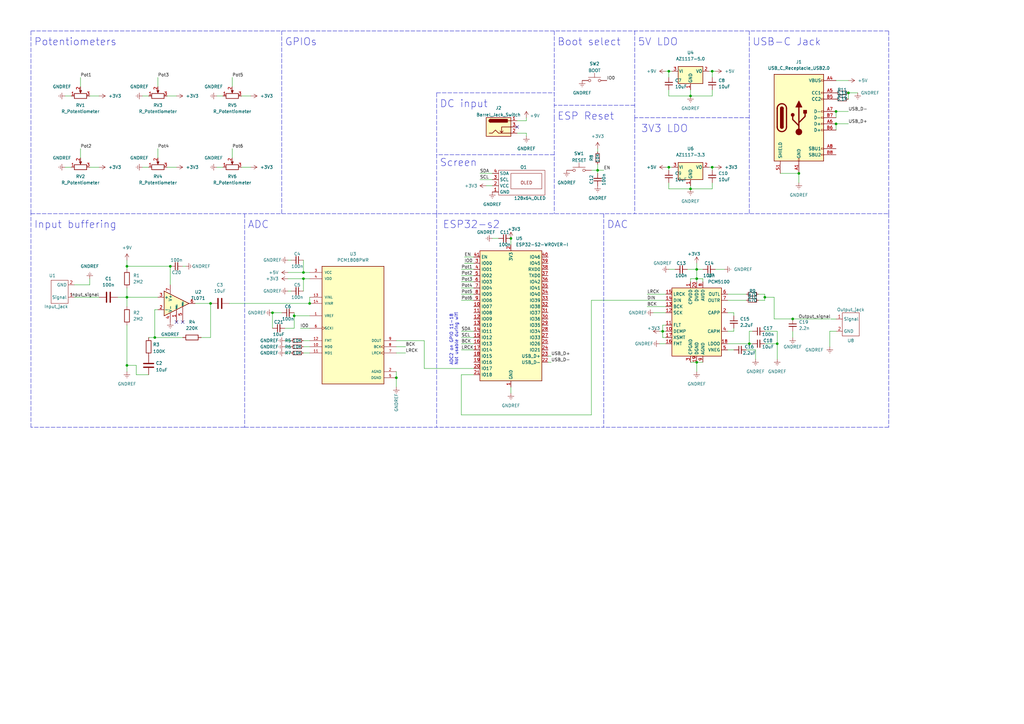
<source format=kicad_sch>
(kicad_sch (version 20211123) (generator eeschema)
  (paper "A3")
  (lib_symbols
    (symbol "Amplifier_Operational:TL071" (pin_names (offset 0.127))
      (property "Reference" "U" (at 0 6.35 0))
      (property "Value" "TL071" (at 0 3.81 0))
      (symbol "TL071_1_1"
        (pin input line (at 0 -7.62 90) (length 5.08) (name "NULL") (number "1"))
        (pin input line (at -7.62 -2.54 0) (length 2.54) (name "-") (number "2"))
        (pin input line (at -7.62 2.54 0) (length 2.54) (name "+") (number "3"))
        (pin power_in line (at -2.54 -7.62 90) (length 3.81) (name "V-") (number "4"))
        (pin input line (at 2.54 -7.62 90) (length 6.35) (name "NULL") (number "5"))
        (pin output line (at 7.62 0 180) (length 2.54) (name "~") (number "6"))
        (pin power_in line (at -2.54 7.62 270) (length 3.81) (name "V+") (number "7"))
        (pin no_connect line (at 0 2.54 270) (length 2.54) hide (name "NC") (number "8"))
      )
    )
    (symbol "Audio:PCM5100"
      (property "Reference" "U" (at -10.16 13.97 0))
      (property "Value" "PCM5100" (at 3.81 13.97 0))
      (symbol "PCM5100_1_1"
        (pin passive line (at -2.54 15.24 270) (length 2.54) (name "CPVDD") (number "1"))
        (pin input line (at -12.7 -5.08 0) (length 2.54) (name "DEMP") (number "10"))
        (pin input line (at -12.7 -2.54 0) (length 2.54) (name "FLT") (number "11"))
        (pin input line (at -12.7 2.54 0) (length 2.54) (name "SCK") (number "12"))
        (pin input line (at -12.7 5.08 0) (length 2.54) (name "BCK") (number "13"))
        (pin input line (at -12.7 7.62 0) (length 2.54) (name "DIN") (number "14"))
        (pin input line (at -12.7 10.16 0) (length 2.54) (name "LRCK") (number "15"))
        (pin input line (at -12.7 -10.16 0) (length 2.54) (name "FMT") (number "16"))
        (pin input line (at -12.7 -7.62 0) (length 2.54) (name "XSMT") (number "17"))
        (pin passive line (at 12.7 -10.16 180) (length 2.54) (name "LDOO") (number "18"))
        (pin power_in line (at 0 -17.78 90) (length 2.54) (name "DGND") (number "19"))
        (pin passive line (at 12.7 2.54 180) (length 2.54) (name "CAPP") (number "2"))
        (pin power_in line (at 0 15.24 270) (length 2.54) (name "DVDD") (number "20"))
        (pin power_in line (at -2.54 -17.78 90) (length 2.54) (name "CPGND") (number "3"))
        (pin passive line (at 12.7 -5.08 180) (length 2.54) (name "CAPM") (number "4"))
        (pin passive line (at 12.7 -12.7 180) (length 2.54) (name "VNEG") (number "5"))
        (pin output line (at 12.7 10.16 180) (length 2.54) (name "OUTL") (number "6"))
        (pin output line (at 12.7 7.62 180) (length 2.54) (name "OUTR") (number "7"))
        (pin power_in line (at 2.54 15.24 270) (length 2.54) (name "AVDD") (number "8"))
        (pin power_in line (at 2.54 -17.78 90) (length 2.54) (name "AGND") (number "9"))
      )
    )
    (symbol "Connector:Barrel_Jack_Switch" (pin_names hide)
      (property "Reference" "J" (at 0 5.334 0))
      (property "Value" "Barrel_Jack_Switch" (at 0 -5.08 0))
      (symbol "Barrel_Jack_Switch_1_1"
        (pin passive line (at 7.62 2.54 180) (length 2.54) (name "~") (number "1"))
        (pin passive line (at 7.62 -2.54 180) (length 2.54) (name "~") (number "2"))
        (pin passive line (at 7.62 0 180) (length 2.54) (name "~") (number "3"))
      )
    )
    (symbol "Connector:USB_C_Receptacle_USB2.0" (pin_names (offset 1.016))
      (property "Reference" "J" (at -10.16 19.05 0))
      (property "Value" "USB_C_Receptacle_USB2.0" (at 19.05 19.05 0))
      (symbol "USB_C_Receptacle_USB2.0_1_1"
        (pin passive line (at 0 -22.86 90) (length 5.08) (name "GND") (number "A1"))
        (pin passive line (at 0 -22.86 90) (length 5.08) hide (name "GND") (number "A12"))
        (pin passive line (at 15.24 15.24 180) (length 5.08) (name "VBUS") (number "A4"))
        (pin bidirectional line (at 15.24 10.16 180) (length 5.08) (name "CC1") (number "A5"))
        (pin bidirectional line (at 15.24 -2.54 180) (length 5.08) (name "D+") (number "A6"))
        (pin bidirectional line (at 15.24 2.54 180) (length 5.08) (name "D-") (number "A7"))
        (pin bidirectional line (at 15.24 -12.7 180) (length 5.08) (name "SBU1") (number "A8"))
        (pin passive line (at 15.24 15.24 180) (length 5.08) hide (name "VBUS") (number "A9"))
        (pin passive line (at 0 -22.86 90) (length 5.08) hide (name "GND") (number "B1"))
        (pin passive line (at 0 -22.86 90) (length 5.08) hide (name "GND") (number "B12"))
        (pin passive line (at 15.24 15.24 180) (length 5.08) hide (name "VBUS") (number "B4"))
        (pin bidirectional line (at 15.24 7.62 180) (length 5.08) (name "CC2") (number "B5"))
        (pin bidirectional line (at 15.24 -5.08 180) (length 5.08) (name "D+") (number "B6"))
        (pin bidirectional line (at 15.24 0 180) (length 5.08) (name "D-") (number "B7"))
        (pin bidirectional line (at 15.24 -15.24 180) (length 5.08) (name "SBU2") (number "B8"))
        (pin passive line (at 15.24 15.24 180) (length 5.08) hide (name "VBUS") (number "B9"))
        (pin passive line (at -7.62 -22.86 90) (length 5.08) (name "SHIELD") (number "S1"))
      )
    )
    (symbol "Device:C" (pin_numbers hide) (pin_names (offset 0.254))
      (property "Reference" "C" (at 0.635 2.54 0))
      (property "Value" "C" (at 0.635 -2.54 0))
      (symbol "C_1_1"
        (pin passive line (at 0 3.81 270) (length 2.794) (name "~") (number "1"))
        (pin passive line (at 0 -3.81 90) (length 2.794) (name "~") (number "2"))
      )
    )
    (symbol "Device:C_Small" (pin_numbers hide) (pin_names (offset 0.254) hide)
      (property "Reference" "C" (at 0.254 1.778 0))
      (property "Value" "C_Small" (at 0.254 -2.032 0))
      (symbol "C_Small_1_1"
        (pin passive line (at 0 2.54 270) (length 2.032) (name "~") (number "1"))
        (pin passive line (at 0 -2.54 90) (length 2.032) (name "~") (number "2"))
      )
    )
    (symbol "Device:R" (pin_numbers hide) (pin_names (offset 0))
      (property "Reference" "R" (at 2.032 0 90))
      (property "Value" "R" (at 0 0 90))
      (symbol "R_1_1"
        (pin passive line (at 0 3.81 270) (length 1.27) (name "~") (number "1"))
        (pin passive line (at 0 -3.81 90) (length 1.27) (name "~") (number "2"))
      )
    )
    (symbol "Device:R_Potentiometer" (pin_names (offset 1.016) hide)
      (property "Reference" "RV" (at -4.445 0 90))
      (property "Value" "R_Potentiometer" (at -2.54 0 90))
      (symbol "R_Potentiometer_1_1"
        (pin passive line (at 0 3.81 270) (length 1.27) (name "1") (number "1"))
        (pin passive line (at 3.81 0 180) (length 1.27) (name "2") (number "2"))
        (pin passive line (at 0 -3.81 90) (length 1.27) (name "3") (number "3"))
      )
    )
    (symbol "Device:R_Small" (pin_numbers hide) (pin_names (offset 0.254) hide)
      (property "Reference" "R" (at 0.762 0.508 0))
      (property "Value" "R_Small" (at 0.762 -1.016 0))
      (symbol "R_Small_1_1"
        (pin passive line (at 0 2.54 270) (length 0.762) (name "~") (number "1"))
        (pin passive line (at 0 -2.54 90) (length 0.762) (name "~") (number "2"))
      )
    )
    (symbol "GlobalSymbolLibrary:Mono_jack"
      (property "Reference" "U" (at -1.6113 -6.3597 0))
      (property "Value" "Mono_jack" (at -1.905 6.35 0))
      (symbol "Mono_jack_1_1"
        (pin output line (at -7.5 2.5 0) (length 2.54) (name "Signal") (number "1"))
        (pin output line (at -7.5 -2.5 0) (length 2.54) (name "GND") (number "2"))
      )
    )
    (symbol "GlobalSymbolLibrary:PCM1808PWR" (pin_names (offset 1.016))
      (property "Reference" "U" (at -12.7 24.13 0))
      (property "Value" "PCM1808PWR" (at -12.7 -27.94 0))
      (symbol "PCM1808PWR_0_0"
        (pin input line (at -17.78 2.54 0) (length 5.08) (name "VREF") (number "1"))
        (pin input line (at -17.78 -10.16 0) (length 5.08) (name "MD0") (number "10"))
        (pin input line (at -17.78 -12.7 0) (length 5.08) (name "MD1") (number "11"))
        (pin input line (at -17.78 -7.62 0) (length 5.08) (name "FMT") (number "12"))
        (pin input line (at -17.78 10.16 0) (length 5.08) (name "VINL") (number "13"))
        (pin input line (at -17.78 7.62 0) (length 5.08) (name "VINR") (number "14"))
        (pin power_in line (at 17.78 -20.32 180) (length 5.08) (name "AGND") (number "2"))
        (pin power_in line (at -17.78 20.32 0) (length 5.08) (name "VCC") (number "3"))
        (pin power_in line (at -17.78 17.78 0) (length 5.08) (name "VDD") (number "4"))
        (pin power_in line (at 17.78 -22.86 180) (length 5.08) (name "DGND") (number "5"))
        (pin input clock (at -17.78 -2.54 0) (length 5.08) (name "SCKI") (number "6"))
        (pin bidirectional clock (at 17.78 -12.7 180) (length 5.08) (name "LRCK") (number "7"))
        (pin bidirectional clock (at 17.78 -10.16 180) (length 5.08) (name "BCK") (number "8"))
        (pin output line (at 17.78 -7.62 180) (length 5.08) (name "DOUT") (number "9"))
      )
    )
    (symbol "Mono_jack_1"
      (property "Reference" "U1" (at 2.9336 -6.6257 0))
      (property "Value" "Mono_jack_1" (at 6.35 6.0324 0))
      (symbol "Mono_jack_1_1_1"
        (pin output line (at -7.62 2.54 0) (length 2.54) (name "Signal") (number "1"))
        (pin output line (at -7.62 -2.54 0) (length 2.54) (name "GND") (number "2"))
      )
    )
    (symbol "RF_Module:ESP32-S2-WROVER-I"
      (property "Reference" "U" (at -12.7 29.21 0))
      (property "Value" "ESP32-S2-WROVER-I" (at 2.54 29.21 0))
      (symbol "ESP32-S2-WROVER-I_1_1"
        (pin power_in line (at 0 -27.94 90) (length 2.54) (name "GND") (number "1"))
        (pin bidirectional line (at -15.24 5.08 0) (length 2.54) (name "IO07") (number "10"))
        (pin bidirectional line (at -15.24 2.54 0) (length 2.54) (name "IO08") (number "11"))
        (pin bidirectional line (at -15.24 0 0) (length 2.54) (name "IO09") (number "12"))
        (pin bidirectional line (at -15.24 -2.54 0) (length 2.54) (name "IO10") (number "13"))
        (pin bidirectional line (at -15.24 -5.08 0) (length 2.54) (name "IO11") (number "14"))
        (pin bidirectional line (at -15.24 -7.62 0) (length 2.54) (name "IO12") (number "15"))
        (pin bidirectional line (at -15.24 -10.16 0) (length 2.54) (name "IO13") (number "16"))
        (pin bidirectional line (at -15.24 -12.7 0) (length 2.54) (name "IO14") (number "17"))
        (pin bidirectional line (at -15.24 -15.24 0) (length 2.54) (name "IO15") (number "18"))
        (pin bidirectional line (at -15.24 -17.78 0) (length 2.54) (name "IO16") (number "19"))
        (pin power_in line (at 0 30.48 270) (length 2.54) (name "3V3") (number "2"))
        (pin bidirectional line (at -15.24 -20.32 0) (length 2.54) (name "IO17") (number "20"))
        (pin bidirectional line (at -15.24 -22.86 0) (length 2.54) (name "IO18") (number "21"))
        (pin bidirectional line (at 15.24 -17.78 180) (length 2.54) (name "USB_D-") (number "22"))
        (pin bidirectional line (at 15.24 -15.24 180) (length 2.54) (name "USB_D+") (number "23"))
        (pin bidirectional line (at 15.24 -12.7 180) (length 2.54) (name "IO21") (number "24"))
        (pin bidirectional line (at 15.24 -10.16 180) (length 2.54) (name "IO26") (number "25"))
        (pin passive line (at 0 -27.94 90) (length 2.54) hide (name "GND") (number "26"))
        (pin bidirectional line (at 15.24 -7.62 180) (length 2.54) (name "IO33") (number "27"))
        (pin bidirectional line (at 15.24 -5.08 180) (length 2.54) (name "IO34") (number "28"))
        (pin bidirectional line (at 15.24 -2.54 180) (length 2.54) (name "IO35") (number "29"))
        (pin bidirectional line (at -15.24 22.86 0) (length 2.54) (name "IO00") (number "3"))
        (pin bidirectional line (at 15.24 0 180) (length 2.54) (name "IO36") (number "30"))
        (pin bidirectional line (at 15.24 2.54 180) (length 2.54) (name "IO37") (number "31"))
        (pin bidirectional line (at 15.24 5.08 180) (length 2.54) (name "IO38") (number "32"))
        (pin bidirectional line (at 15.24 7.62 180) (length 2.54) (name "IO39") (number "33"))
        (pin bidirectional line (at 15.24 10.16 180) (length 2.54) (name "IO40") (number "34"))
        (pin bidirectional line (at 15.24 12.7 180) (length 2.54) (name "IO41") (number "35"))
        (pin bidirectional line (at 15.24 15.24 180) (length 2.54) (name "IO42") (number "36"))
        (pin bidirectional line (at 15.24 17.78 180) (length 2.54) (name "TXD0") (number "37"))
        (pin bidirectional line (at 15.24 20.32 180) (length 2.54) (name "RXD0") (number "38"))
        (pin bidirectional line (at 15.24 22.86 180) (length 2.54) (name "IO45") (number "39"))
        (pin bidirectional line (at -15.24 20.32 0) (length 2.54) (name "IO01") (number "4"))
        (pin input line (at 15.24 25.4 180) (length 2.54) (name "IO46") (number "40"))
        (pin input line (at -15.24 25.4 0) (length 2.54) (name "EN") (number "41"))
        (pin passive line (at 0 -27.94 90) (length 2.54) hide (name "GND") (number "42"))
        (pin passive line (at 0 -27.94 90) (length 2.54) hide (name "GND") (number "43"))
        (pin bidirectional line (at -15.24 17.78 0) (length 2.54) (name "IO02") (number "5"))
        (pin bidirectional line (at -15.24 15.24 0) (length 2.54) (name "IO03") (number "6"))
        (pin bidirectional line (at -15.24 12.7 0) (length 2.54) (name "IO04") (number "7"))
        (pin bidirectional line (at -15.24 10.16 0) (length 2.54) (name "IO05") (number "8"))
        (pin bidirectional line (at -15.24 7.62 0) (length 2.54) (name "IO06") (number "9"))
      )
    )
    (symbol "Regulator_Linear:AZ1117-3.3" (pin_names (offset 0.254))
      (property "Reference" "U" (at -3.81 3.175 0))
      (property "Value" "AZ1117-3.3" (at 0 3.175 0))
      (symbol "AZ1117-3.3_1_1"
        (pin power_in line (at 0 -7.62 90) (length 2.54) (name "GND") (number "1"))
        (pin power_out line (at 7.62 0 180) (length 2.54) (name "VO") (number "2"))
        (pin power_in line (at -7.62 0 0) (length 2.54) (name "VI") (number "3"))
      )
    )
    (symbol "Regulator_Linear:AZ1117-5.0" (pin_names (offset 0.254))
      (property "Reference" "U" (at -3.81 3.175 0))
      (property "Value" "AZ1117-5.0" (at 0 3.175 0))
      (symbol "AZ1117-5.0_1_1"
        (pin power_in line (at 0 -7.62 90) (length 2.54) (name "GND") (number "1"))
        (pin power_out line (at 7.62 0 180) (length 2.54) (name "VO") (number "2"))
        (pin power_in line (at -7.62 0 0) (length 2.54) (name "VI") (number "3"))
      )
    )
    (symbol "SupersonicQuantumbox:128x64_OLED"
      (property "Reference" "O" (at 0 6.35 0))
      (property "Value" "128x64_OLED" (at 1.27 -7.62 0))
      (symbol "128x64_OLED_0_0"
        (text "OLED" (at 6.35 0 0) (effects (font (size 1.27 1.27))))
      )
      (symbol "128x64_OLED_1_1"
        (pin power_in line (at -7.62 -3.81 0) (length 2.54) (name "GND") (number "1"))
        (pin power_in line (at -7.62 -1.27 0) (length 2.54) (name "VCC") (number "2"))
        (pin input line (at -7.62 1.27 0) (length 2.54) (name "SCL") (number "3"))
        (pin input line (at -7.62 3.81 0) (length 2.54) (name "SDA") (number "4"))
      )
    )
    (symbol "Switch:SW_Push" (pin_numbers hide) (pin_names (offset 1.016) hide)
      (property "Reference" "SW" (at 1.27 2.54 0))
      (property "Value" "SW_Push" (at 0 -1.524 0))
      (symbol "SW_Push_0_1"
        (pin passive line (at -5.08 0 0) (length 2.54) (name "1") (number "1"))
        (pin passive line (at 5.08 0 180) (length 2.54) (name "2") (number "2"))
      )
    )
    (symbol "power:+3V3" (power) (pin_names (offset 0))
      (property "Value" "+3V3" (at 0 3.556 0))
      (symbol "+3V3_1_1"
        (pin power_in line (at 0 0 90) (length 0) hide (name "+3V3") (number "1"))
      )
    )
    (symbol "power:+5V" (power) (pin_names (offset 0))
      (property "Value" "+5V" (at 0 3.556 0))
      (symbol "+5V_1_1"
        (pin power_in line (at 0 0 90) (length 0) hide (name "+5V") (number "1"))
      )
    )
    (symbol "power:+9V" (power) (pin_names (offset 0))
      (property "Value" "+9V" (at 0 3.556 0))
      (symbol "+9V_1_1"
        (pin power_in line (at 0 0 90) (length 0) hide (name "+9V") (number "1"))
      )
    )
    (symbol "power:GNDREF" (power) (pin_names (offset 0))
      (property "Value" "GNDREF" (at 0 -3.81 0))
      (symbol "GNDREF_1_1"
        (pin power_in line (at 0 0 270) (length 0) hide (name "GNDREF") (number "1"))
      )
    )
  )
  (junction (at 86.36 124.46))
  (junction (at 313.69 121.92))
  (junction (at 342.9 45.72))
  (junction (at 271.78 135.89))
  (junction (at 245.11 69.85))
  (junction (at 124.46 114.3))
  (junction (at 274.32 68.58))
  (junction (at 307.34 140.97))
  (junction (at 69.85 109.22))
  (junction (at 292.1 68.58))
  (junction (at 52.07 121.92))
  (junction (at 209.55 97.79))
  (junction (at 325.12 130.81))
  (junction (at 285.75 110.49))
  (junction (at 283.21 77.47))
  (junction (at 111.76 128.27))
  (junction (at 283.21 39.37))
  (junction (at 124.46 111.76))
  (junction (at 285.75 148.59))
  (junction (at 63.5 138.43))
  (junction (at 292.1 29.21))
  (junction (at 52.07 149.86))
  (junction (at 327.66 71.12))
  (junction (at 162.56 154.94))
  (junction (at 52.07 109.22))
  (junction (at 342.9 50.8))
  (junction (at 120.65 129.54))
  (junction (at 127 124.46))
  (junction (at 347.98 38.1))
  (junction (at 285.75 114.3))
  (junction (at 318.77 140.97))
  (junction (at 274.32 29.21))
  (no_connect (at 212.09 52.07))
  (no_connect (at 72.39 132.08))
  (no_connect (at 74.93 132.08))
  (wire (pts (xy 273.05 29.21) (xy 274.32 29.21)))
  (polyline (pts (xy 307.34 12.7) (xy 307.34 87.63)))
  (polyline (pts (xy 307.34 48.26) (xy 260.35 48.26)))
  (wire (pts (xy 347.98 38.1) (xy 351.79 38.1)))
  (wire (pts (xy 343.02 130.85) (xy 340.6742 130.85)))
  (wire (pts (xy 342.9 50.8) (xy 347.98 50.8)))
  (wire (pts (xy 30.48 116.84) (xy 36.83 116.84)))
  (wire (pts (xy 189.23 153.67) (xy 189.23 170.18)))
  (wire (pts (xy 313.69 140.97) (xy 318.77 140.97)))
  (wire (pts (xy 283.21 39.37) (xy 292.1 39.37)))
  (polyline (pts (xy 260.35 48.26) (xy 260.35 87.63)))
  (wire (pts (xy 292.1 29.21) (xy 293.37 29.21)))
  (wire (pts (xy 325.12 135.89) (xy 325.12 138.43)))
  (wire (pts (xy 215.9 54.61) (xy 215.9 55.88)))
  (wire (pts (xy 127 121.92) (xy 127 124.46)))
  (wire (pts (xy 242.57 69.85) (xy 245.11 69.85)))
  (wire (pts (xy 300.99 135.89) (xy 300.99 134.62)))
  (wire (pts (xy 209.55 97.79) (xy 209.55 100.33)))
  (wire (pts (xy 271.78 135.89) (xy 273.05 135.89)))
  (wire (pts (xy 124.46 114.3) (xy 127 114.3)))
  (wire (pts (xy 283.21 77.47) (xy 292.1 77.47)))
  (wire (pts (xy 283.21 76.2) (xy 283.21 77.47)))
  (wire (pts (xy 215.9 49.53) (xy 215.9 48.26)))
  (wire (pts (xy 52.07 118.11) (xy 52.07 121.92)))
  (wire (pts (xy 342.9 33.02) (xy 347.98 33.02)))
  (wire (pts (xy 194.31 153.67) (xy 189.23 153.67)))
  (wire (pts (xy 64.77 127) (xy 63.5 127)))
  (wire (pts (xy 342.9 45.72) (xy 347.98 45.72)))
  (wire (pts (xy 271.78 133.35) (xy 273.05 133.35)))
  (wire (pts (xy 86.36 138.43) (xy 86.36 124.46)))
  (wire (pts (xy 52.07 133.35) (xy 52.07 149.86)))
  (wire (pts (xy 285.75 114.3) (xy 288.29 114.3)))
  (wire (pts (xy 124.46 142.24) (xy 127 142.24)))
  (wire (pts (xy 162.56 144.78) (xy 166.37 144.78)))
  (polyline (pts (xy 260.35 43.18) (xy 227.33 43.18)))
  (wire (pts (xy 270.51 135.89) (xy 271.78 135.89)))
  (polyline (pts (xy 179.07 38.1) (xy 179.07 87.63)))
  (wire (pts (xy 343.02 135.85) (xy 340.36 135.85)))
  (wire (pts (xy 52.07 106.68) (xy 52.07 109.22)))
  (wire (pts (xy 69.85 116.84) (xy 69.85 109.22)))
  (wire (pts (xy 342.9 50.8) (xy 342.9 53.34)))
  (wire (pts (xy 292.1 39.37) (xy 292.1 36.83)))
  (wire (pts (xy 68.58 68.58) (xy 72.39 68.58)))
  (wire (pts (xy 99.06 39.37) (xy 102.87 39.37)))
  (wire (pts (xy 242.57 123.19) (xy 273.05 123.19)))
  (wire (pts (xy 325.12 130.81) (xy 317.5 130.81)))
  (wire (pts (xy 313.69 135.89) (xy 318.77 135.89)))
  (wire (pts (xy 118.11 119.38) (xy 119.38 119.38)))
  (wire (pts (xy 82.55 138.43) (xy 86.36 138.43)))
  (wire (pts (xy 88.9 39.37) (xy 91.44 39.37)))
  (wire (pts (xy 292.1 68.58) (xy 293.37 68.58)))
  (polyline (pts (xy 227.33 48.26) (xy 227.33 87.63)))
  (wire (pts (xy 274.32 77.47) (xy 283.21 77.47)))
  (wire (pts (xy 242.57 170.18) (xy 242.57 123.19)))
  (wire (pts (xy 274.32 36.83) (xy 274.32 39.37)))
  (wire (pts (xy 342.9 45.72) (xy 342.9 48.26)))
  (wire (pts (xy 190.5 105.41) (xy 194.31 105.41)))
  (polyline (pts (xy 227.33 12.7) (xy 227.33 48.26)))
  (wire (pts (xy 298.45 120.65) (xy 306.07 120.65)))
  (wire (pts (xy 306.07 143.51) (xy 309.88 143.51)))
  (wire (pts (xy 118.11 111.76) (xy 124.46 111.76)))
  (wire (pts (xy 298.45 123.19) (xy 306.07 123.19)))
  (wire (pts (xy 58.42 39.37) (xy 60.96 39.37)))
  (wire (pts (xy 93.98 124.46) (xy 127 124.46)))
  (wire (pts (xy 274.32 74.93) (xy 274.32 77.47)))
  (wire (pts (xy 285.75 148.59) (xy 288.29 148.59)))
  (wire (pts (xy 166.37 142.24) (xy 162.56 142.24)))
  (wire (pts (xy 292.1 29.21) (xy 292.1 31.75)))
  (wire (pts (xy 245.11 67.31) (xy 245.11 69.85)))
  (wire (pts (xy 224.79 148.59) (xy 226.06 148.59)))
  (wire (pts (xy 36.83 68.58) (xy 40.64 68.58)))
  (wire (pts (xy 30.48 121.92) (xy 40.64 121.92)))
  (wire (pts (xy 196.85 71.12) (xy 201.93 71.12)))
  (wire (pts (xy 285.75 114.3) (xy 283.21 114.3)))
  (wire (pts (xy 283.21 36.83) (xy 283.21 39.37)))
  (wire (pts (xy 120.65 129.54) (xy 120.65 128.27)))
  (wire (pts (xy 189.23 113.03) (xy 194.31 113.03)))
  (wire (pts (xy 68.58 39.37) (xy 72.39 39.37)))
  (wire (pts (xy 271.78 135.89) (xy 271.78 138.43)))
  (wire (pts (xy 318.77 135.89) (xy 318.77 140.97)))
  (wire (pts (xy 274.32 110.49) (xy 276.86 110.49)))
  (wire (pts (xy 173.99 139.7) (xy 173.99 151.13)))
  (wire (pts (xy 116.84 139.7) (xy 119.38 139.7)))
  (wire (pts (xy 313.69 121.92) (xy 317.5 121.92)))
  (wire (pts (xy 285.75 110.49) (xy 285.75 114.3)))
  (polyline (pts (xy 115.57 12.7) (xy 115.57 87.63)))
  (wire (pts (xy 265.43 125.73) (xy 273.05 125.73)))
  (wire (pts (xy 340.36 135.85) (xy 340.36 142.24)))
  (wire (pts (xy 189.23 143.51) (xy 194.31 143.51)))
  (wire (pts (xy 95.25 31.75) (xy 95.25 35.56)))
  (wire (pts (xy 52.07 149.86) (xy 55.88 149.86)))
  (wire (pts (xy 285.75 114.3) (xy 285.75 115.57)))
  (wire (pts (xy 196.85 73.66) (xy 201.93 73.66)))
  (wire (pts (xy 48.26 121.92) (xy 52.07 121.92)))
  (wire (pts (xy 285.75 110.49) (xy 288.29 110.49)))
  (polyline (pts (xy 179.07 38.1) (xy 227.33 38.1)))
  (wire (pts (xy 190.5 107.95) (xy 194.31 107.95)))
  (polyline (pts (xy 12.7 175.26) (xy 12.7 87.63)))
  (wire (pts (xy 320.04 71.12) (xy 327.66 71.12)))
  (wire (pts (xy 209.55 158.75) (xy 209.55 161.29)))
  (wire (pts (xy 270.51 140.97) (xy 273.05 140.97)))
  (wire (pts (xy 124.46 111.76) (xy 127 111.76)))
  (wire (pts (xy 265.43 120.65) (xy 273.05 120.65)))
  (wire (pts (xy 274.32 39.37) (xy 283.21 39.37)))
  (wire (pts (xy 273.05 68.58) (xy 274.32 68.58)))
  (wire (pts (xy 63.5 127) (xy 63.5 138.43)))
  (wire (pts (xy 52.07 121.92) (xy 52.07 125.73)))
  (wire (pts (xy 274.32 68.58) (xy 275.59 68.58)))
  (wire (pts (xy 267.97 128.27) (xy 273.05 128.27)))
  (wire (pts (xy 293.37 110.49) (xy 297.18 110.49)))
  (wire (pts (xy 313.69 123.19) (xy 311.15 123.19)))
  (wire (pts (xy 26.67 39.37) (xy 29.21 39.37)))
  (wire (pts (xy 318.77 140.97) (xy 318.77 147.32)))
  (wire (pts (xy 60.96 138.43) (xy 63.5 138.43)))
  (wire (pts (xy 36.83 116.84) (xy 36.83 114.3)))
  (wire (pts (xy 283.21 148.59) (xy 285.75 148.59)))
  (wire (pts (xy 271.78 138.43) (xy 273.05 138.43)))
  (wire (pts (xy 189.23 135.89) (xy 194.31 135.89)))
  (wire (pts (xy 116.84 142.24) (xy 119.38 142.24)))
  (wire (pts (xy 118.11 114.3) (xy 124.46 114.3)))
  (wire (pts (xy 69.85 109.22) (xy 52.07 109.22)))
  (polyline (pts (xy 100.33 87.63) (xy 100.33 175.26)))
  (polyline (pts (xy 12.7 87.63) (xy 364.49 87.63)))
  (wire (pts (xy 307.34 140.97) (xy 308.61 140.97)))
  (wire (pts (xy 189.23 170.18) (xy 242.57 170.18)))
  (wire (pts (xy 123.19 134.62) (xy 127 134.62)))
  (wire (pts (xy 298.45 140.97) (xy 307.34 140.97)))
  (wire (pts (xy 99.06 68.58) (xy 102.87 68.58)))
  (wire (pts (xy 33.02 31.75) (xy 33.02 35.56)))
  (wire (pts (xy 300.99 128.27) (xy 300.99 129.54)))
  (wire (pts (xy 33.02 60.96) (xy 33.02 64.77)))
  (polyline (pts (xy 100.33 175.26) (xy 247.65 175.26)))
  (wire (pts (xy 298.45 143.51) (xy 300.99 143.51)))
  (wire (pts (xy 189.23 120.65) (xy 194.31 120.65)))
  (wire (pts (xy 116.84 134.62) (xy 120.65 134.62)))
  (wire (pts (xy 290.83 68.58) (xy 292.1 68.58)))
  (polyline (pts (xy 227.33 63.5) (xy 179.07 63.5)))
  (polyline (pts (xy 260.35 12.7) (xy 260.35 48.26)))
  (wire (pts (xy 76.2 109.22) (xy 74.93 109.22)))
  (wire (pts (xy 189.23 115.57) (xy 194.31 115.57)))
  (wire (pts (xy 173.99 151.13) (xy 194.31 151.13)))
  (wire (pts (xy 58.42 68.58) (xy 60.96 68.58)))
  (wire (pts (xy 52.07 149.86) (xy 52.07 152.4)))
  (wire (pts (xy 245.11 69.85) (xy 245.11 71.12)))
  (wire (pts (xy 311.15 120.65) (xy 313.69 120.65)))
  (wire (pts (xy 285.75 148.59) (xy 285.75 152.4)))
  (wire (pts (xy 245.11 60.96) (xy 245.11 62.23)))
  (wire (pts (xy 224.79 146.05) (xy 226.06 146.05)))
  (wire (pts (xy 292.1 68.58) (xy 292.1 69.85)))
  (wire (pts (xy 313.69 121.92) (xy 313.69 123.19)))
  (wire (pts (xy 271.78 135.89) (xy 271.78 133.35)))
  (polyline (pts (xy 179.07 87.63) (xy 179.07 175.26)))
  (polyline (pts (xy 364.49 175.26) (xy 247.65 175.26)))
  (wire (pts (xy 274.32 29.21) (xy 275.59 29.21)))
  (wire (pts (xy 309.88 143.51) (xy 309.88 147.32)))
  (wire (pts (xy 212.09 49.53) (xy 215.9 49.53)))
  (wire (pts (xy 80.01 124.46) (xy 86.36 124.46)))
  (polyline (pts (xy 100.33 175.26) (xy 12.7 175.26)))
  (wire (pts (xy 118.11 106.68) (xy 119.38 106.68)))
  (wire (pts (xy 162.56 139.7) (xy 173.99 139.7)))
  (wire (pts (xy 95.25 60.96) (xy 95.25 64.77)))
  (wire (pts (xy 64.77 60.96) (xy 64.77 64.77)))
  (wire (pts (xy 55.88 153.67) (xy 55.88 149.86)))
  (wire (pts (xy 307.34 140.97) (xy 307.34 135.89)))
  (wire (pts (xy 285.75 107.95) (xy 285.75 110.49)))
  (wire (pts (xy 120.65 129.54) (xy 120.65 134.62)))
  (wire (pts (xy 52.07 121.92) (xy 64.77 121.92)))
  (wire (pts (xy 36.83 39.37) (xy 40.64 39.37)))
  (wire (pts (xy 212.09 54.61) (xy 215.9 54.61)))
  (wire (pts (xy 189.23 123.19) (xy 194.31 123.19)))
  (polyline (pts (xy 247.65 87.63) (xy 247.65 175.26)))
  (wire (pts (xy 292.1 77.47) (xy 292.1 74.93)))
  (polyline (pts (xy 12.7 87.63) (xy 12.7 12.7)))
  (wire (pts (xy 201.93 97.79) (xy 204.47 97.79)))
  (wire (pts (xy 88.9 68.58) (xy 91.44 68.58)))
  (polyline (pts (xy 364.49 87.63) (xy 364.49 12.7)))
  (wire (pts (xy 298.45 128.27) (xy 300.99 128.27)))
  (wire (pts (xy 307.34 135.89) (xy 308.61 135.89)))
  (wire (pts (xy 313.69 120.65) (xy 313.69 121.92)))
  (wire (pts (xy 283.21 114.3) (xy 283.21 115.57)))
  (wire (pts (xy 245.11 69.85) (xy 247.65 69.85)))
  (wire (pts (xy 327.66 71.12) (xy 327.66 74.93)))
  (wire (pts (xy 288.29 114.3) (xy 288.29 115.57)))
  (wire (pts (xy 52.07 109.22) (xy 52.07 110.49)))
  (wire (pts (xy 26.67 68.58) (xy 29.21 68.58)))
  (wire (pts (xy 274.32 68.58) (xy 274.32 69.85)))
  (wire (pts (xy 317.5 121.92) (xy 317.5 130.81)))
  (wire (pts (xy 124.46 114.3) (xy 124.46 119.38)))
  (wire (pts (xy 340.36 130.81) (xy 325.12 130.81)))
  (wire (pts (xy 111.76 128.27) (xy 115.57 128.27)))
  (wire (pts (xy 162.56 154.94) (xy 162.56 158.75)))
  (wire (pts (xy 120.65 129.54) (xy 127 129.54)))
  (wire (pts (xy 64.77 31.75) (xy 64.77 35.56)))
  (wire (pts (xy 298.45 135.89) (xy 300.99 135.89)))
  (wire (pts (xy 162.56 152.4) (xy 162.56 154.94)))
  (polyline (pts (xy 364.49 12.7) (xy 121.92 12.7)))
  (wire (pts (xy 189.23 138.43) (xy 194.31 138.43)))
  (wire (pts (xy 116.84 144.78) (xy 119.38 144.78)))
  (polyline (pts (xy 12.7 12.7) (xy 121.92 12.7)))
  (wire (pts (xy 111.76 128.27) (xy 111.76 134.62)))
  (wire (pts (xy 194.31 140.97) (xy 189.23 140.97)))
  (wire (pts (xy 189.23 110.49) (xy 194.31 110.49)))
  (wire (pts (xy 60.96 153.67) (xy 55.88 153.67)))
  (wire (pts (xy 199.39 76.2) (xy 201.93 76.2)))
  (wire (pts (xy 189.23 118.11) (xy 194.31 118.11)))
  (polyline (pts (xy 364.49 87.63) (xy 364.49 175.26)))
  (wire (pts (xy 124.46 139.7) (xy 127 139.7)))
  (wire (pts (xy 63.5 138.43) (xy 74.93 138.43)))
  (wire (pts (xy 281.94 110.49) (xy 285.75 110.49)))
  (wire (pts (xy 124.46 144.78) (xy 127 144.78)))
  (wire (pts (xy 290.83 29.21) (xy 292.1 29.21)))
  (wire (pts (xy 124.46 106.68) (xy 124.46 111.76)))
  (wire (pts (xy 274.32 29.21) (xy 274.32 31.75)))
  (wire (pts (xy 347.98 38.1) (xy 347.98 40.64)))
  (text "ADC" (at 101.6 93.98 0) (effects (font (size 3 3)) (justify left bottom)))
  (text "ESP Reset" (at 228.6 49.53 0) (effects (font (size 3 3)) (justify left bottom)))
  (text "Screen" (at 180.34 68.58 0) (effects (font (size 3 3)) (justify left bottom)))
  (text "ESP32-s2" (at 181.61 93.98 0) (effects (font (size 3 3)) (justify left bottom)))
  (text "3V3 LDO\n" (at 262.89 54.61 0) (effects (font (size 3 3)) (justify left bottom)))
  (text "ADC2 on GPIO 11-18\nNot usable during wifi" (at 187.96 149.86 90) (effects (font (size 1.27 1.27)) (justify left bottom)))
  (text "Boot select\n" (at 228.6 19.05 0) (effects (font (size 3 3)) (justify left bottom)))
  (text "DC input" (at 180.34 44.45 0) (effects (font (size 3 3)) (justify left bottom)))
  (text "DAC" (at 248.92 93.98 0) (effects (font (size 3 3)) (justify left bottom)))
  (text "GPIOs" (at 116.84 19.05 0) (effects (font (size 3 3)) (justify left bottom)))
  (text "Potentiometers" (at 13.97 19.05 0) (effects (font (size 3 3)) (justify left bottom)))
  (text "5V LDO" (at 261.62 19.05 0) (effects (font (size 3 3)) (justify left bottom)))
  (text "Input buffering" (at 13.97 93.98 0) (effects (font (size 3 3)) (justify left bottom)))
  (text "USB-C Jack\n" (at 308.61 19.05 0) (effects (font (size 3 3)) (justify left bottom)))
  (label "LRCK" (at 265.43 120.65 0))
  (label "USB_D+" (at 226.06 146.05 0))
  (label "IO0" (at 123.19 134.62 0))
  (label "EN" (at 247.65 69.85 0))
  (label "DIN" (at 265.43 123.19 0))
  (label "SDA" (at 196.85 71.12 0))
  (label "LRCK" (at 189.23 143.51 0))
  (label "SCL" (at 189.23 138.43 0))
  (label "LRCK" (at 166.37 144.78 0))
  (label "SDA" (at 189.23 135.89 0))
  (label "EN" (at 190.5 105.41 0))
  (label "Pot4" (at 64.77 60.96 0))
  (label "Pot2" (at 33.02 60.96 0))
  (label "BCK" (at 189.23 140.97 0))
  (label "IO0" (at 190.5 107.95 0))
  (label "Input_signal" (at 40.64 121.92 180))
  (label "Pot5" (at 189.23 120.65 0))
  (label "Pot6" (at 95.25 60.96 0))
  (label "IO0" (at 248.92 33.02 0))
  (label "Output_signal" (at 340.6742 130.85 180))
  (label "BCK" (at 166.37 142.24 0))
  (label "SCL" (at 196.85 73.66 0))
  (label "USB_D+" (at 347.98 50.8 0))
  (label "Pot5" (at 95.25 31.75 0))
  (label "Pot2" (at 189.23 113.03 0))
  (label "Pot1" (at 33.02 31.75 0))
  (label "Pot6" (at 189.23 123.19 0))
  (label "Pot3" (at 64.77 31.75 0))
  (label "Pot1" (at 189.23 110.49 0))
  (label "USB_D-" (at 226.06 148.59 0))
  (label "USB_D-" (at 347.98 45.72 0))
  (label "BCK" (at 265.43 125.73 0))
  (label "Pot3" (at 189.23 115.57 0))
  (label "Pot4" (at 189.23 118.11 0))
  (symbol (lib_id "Device:R_Potentiometer") (at 95.25 68.58 90) (unit 1)
    (property "Reference" "RV6" (at 95.25 72.39 90))
    (property "Value" "R_Potentiometer" (at 95.25 74.93 90))
    (property "Footprint" "GustavsGlobalLibrary:PBD12 potentiometer" (effects hide))
  )
  (symbol (lib_id "power:GNDREF") (at 201.93 97.79 270) (unit 1)
    (property "Reference" "#PWR03" (effects hide))
    (property "Value" "GNDREF" (at 195.58 95.2499 90) (effects (justify left)))
  )
  (symbol (lib_id "GlobalSymbolLibrary:Mono_jack") (at 350.52 133.35 0) (unit 1)
    (property "Reference" "U8" (at 348.9325 139.7 0))
    (property "Value" "Output_jack" (at 348.9325 127 0))
    (property "Footprint" "GustavsGlobalLibrary:Mono jack SYS212" (effects hide))
  )
  (symbol (lib_id "Device:C") (at 90.17 124.46 90) (unit 1)
    (property "Reference" "C3" (at 90.17 116.84 90))
    (property "Value" "10uF" (at 90.17 119.38 90))
    (property "Footprint" "Capacitor_SMD:C_1206_3216Metric" (effects hide))
  )
  (symbol (lib_id "power:GNDREF") (at 340.36 142.24 0) (unit 1)
    (property "Reference" "#PWR0101" (effects hide))
    (property "Value" "GNDREF" (at 337.82 143.5101 0) (effects (justify right)))
  )
  (symbol (lib_id "Device:R") (at 60.96 142.24 180) (unit 1)
    (property "Reference" "R3" (at 62.738 141.3315 0) (effects (justify right)))
    (property "Value" "100K" (at 62.738 144.1066 0) (effects (justify right)))
    (property "Footprint" "Resistor_SMD:R_0805_2012Metric_Pad1.20x1.40mm_HandSolder" (effects hide))
  )
  (symbol (lib_id "Switch:SW_Push") (at 243.84 33.02 0) (unit 1)
    (property "Reference" "SW2" (at 243.84 26.1325 0))
    (property "Value" "BOOT" (at 243.84 28.9076 0))
    (property "Footprint" "Button_Switch_SMD:SW_Push_1P1T_NO_6x6mm_H9.5mm" (effects hide))
  )
  (symbol (lib_id "power:GNDREF") (at 111.76 128.27 270) (unit 1)
    (property "Reference" "#PWR0122" (effects hide))
    (property "Value" "GNDREF" (at 101.6 128.2699 90) (effects (justify left)))
  )
  (symbol (lib_id "SupersonicQuantumbox:128x64_OLED") (at 209.55 74.93 0) (unit 1)
    (property "Reference" "O1" (at 213.36 68.58 0) (effects (justify left)))
    (property "Value" "128x64_OLED" (at 210.82 81.28 0) (effects (justify left)))
    (property "Footprint" "SupersonicQuantumbox:128x64OLED" (effects hide))
  )
  (symbol (lib_id "power:+3V3") (at 270.51 135.89 90) (unit 1)
    (property "Reference" "#PWR0124" (effects hide))
    (property "Value" "+3V3" (at 265.43 134.6199 90) (effects (justify right)))
  )
  (symbol (lib_id "Device:C_Small") (at 72.39 109.22 90) (unit 1)
    (property "Reference" "C20" (at 72.39 111.76 90))
    (property "Value" "100n" (at 72.39 106.68 90))
    (property "Footprint" "Capacitor_SMD:C_0805_2012Metric_Pad1.18x1.45mm_HandSolder" (effects hide))
  )
  (symbol (lib_id "power:GNDREF") (at 285.75 152.4 0) (unit 1)
    (property "Reference" "#PWR0125" (effects hide))
    (property "Value" "GNDREF" (at 285.75 157.48 0))
  )
  (symbol (lib_id "power:GNDREF") (at 162.56 158.75 0) (unit 1)
    (property "Reference" "#PWR0127" (effects hide))
    (property "Value" "GNDREF" (at 162.5599 168.91 90) (effects (justify left)))
  )
  (symbol (lib_id "power:+3V3") (at 285.75 107.95 0) (unit 1)
    (property "Reference" "#PWR010" (effects hide))
    (property "Value" "+3V3" (at 281.94 104.1399 0) (effects (justify left)))
  )
  (symbol (lib_id "Device:R") (at 78.74 138.43 90) (unit 1)
    (property "Reference" "R4" (at 78.74 132.08 90))
    (property "Value" "220K" (at 78.74 134.62 90))
    (property "Footprint" "Resistor_SMD:R_0805_2012Metric_Pad1.20x1.40mm_HandSolder" (effects hide))
  )
  (symbol (lib_id "power:GNDREF") (at 26.67 39.37 270) (unit 1)
    (property "Reference" "#PWR0129" (effects hide))
    (property "Value" "GNDREF" (at 25.4 35.56 90))
  )
  (symbol (lib_id "Device:R_Potentiometer") (at 33.02 39.37 90) (unit 1)
    (property "Reference" "RV1" (at 33.02 43.18 90))
    (property "Value" "R_Potentiometer" (at 33.02 45.72 90))
    (property "Footprint" "GustavsGlobalLibrary:PBD12 potentiometer" (effects hide))
  )
  (symbol (lib_id "power:GNDREF") (at 270.51 140.97 270) (unit 1)
    (property "Reference" "#PWR0126" (effects hide))
    (property "Value" "GNDREF" (at 260.35 140.9699 90) (effects (justify left)))
  )
  (symbol (lib_id "power:+5V") (at 118.11 111.76 90) (unit 1)
    (property "Reference" "#PWR0119" (effects hide))
    (property "Value" "+5V" (at 114.3 111.7599 90) (effects (justify left)))
  )
  (symbol (lib_id "Device:C_Small") (at 279.4 110.49 90) (unit 1)
    (property "Reference" "C13" (at 279.4063 107.95 90))
    (property "Value" "100n" (at 279.4063 113.03 90))
    (property "Footprint" "Capacitor_SMD:C_0805_2012Metric_Pad1.18x1.45mm_HandSolder" (effects hide))
  )
  (symbol (lib_id "power:GNDREF") (at 325.12 138.43 0) (unit 1)
    (property "Reference" "#PWR014" (effects hide))
    (property "Value" "GNDREF" (at 328.93 142.2401 0) (effects (justify right)))
  )
  (symbol (lib_id "Device:R") (at 52.07 114.3 0) (unit 1)
    (property "Reference" "R1" (at 54.61 113.0299 0) (effects (justify left)))
    (property "Value" "2M2" (at 54.61 115.5699 0) (effects (justify left)))
    (property "Footprint" "Resistor_SMD:R_0805_2012Metric_Pad1.20x1.40mm_HandSolder" (effects hide))
  )
  (symbol (lib_id "power:GNDREF") (at 69.85 132.08 0) (unit 1)
    (property "Reference" "#PWR0109" (effects hide))
    (property "Value" "GNDREF" (at 69.85 137.16 0))
  )
  (symbol (lib_id "power:GNDREF") (at 351.79 38.1 0) (unit 1)
    (property "Reference" "#PWR015" (effects hide))
    (property "Value" "GNDREF" (at 356.87 38.1 0))
  )
  (symbol (lib_id "Device:C_Small") (at 114.3 134.62 90) (unit 1)
    (property "Reference" "C21" (at 114.3 132.08 90))
    (property "Value" "10uF" (at 114.3 137.16 90))
    (property "Footprint" "Capacitor_SMD:C_1206_3216Metric" (effects hide))
  )
  (symbol (lib_id "power:+3V3") (at 118.11 114.3 90) (unit 1)
    (property "Reference" "#PWR0120" (effects hide))
    (property "Value" "+3V3" (at 114.3 114.2999 90) (effects (justify left)))
  )
  (symbol (lib_id "Device:R_Potentiometer") (at 95.25 39.37 90) (unit 1)
    (property "Reference" "RV5" (at 95.25 43.18 90))
    (property "Value" "R_Potentiometer" (at 95.25 45.72 90))
    (property "Footprint" "GustavsGlobalLibrary:PBD12 potentiometer" (effects hide))
  )
  (symbol (lib_id "Device:R") (at 52.07 129.54 0) (unit 1)
    (property "Reference" "R2" (at 54.61 128.2699 0) (effects (justify left)))
    (property "Value" "2M2" (at 54.61 130.8099 0) (effects (justify left)))
    (property "Footprint" "Resistor_SMD:R_0805_2012Metric_Pad1.20x1.40mm_HandSolder" (effects hide))
  )
  (symbol (lib_id "Device:R_Small") (at 345.44 40.64 90) (unit 1)
    (property "Reference" "R12" (at 345.44 39.37 90))
    (property "Value" "5.1K" (at 345.44 40.64 90))
    (property "Footprint" "Resistor_SMD:R_0805_2012Metric_Pad1.20x1.40mm_HandSolder" (effects hide))
  )
  (symbol (lib_id "power:GNDREF") (at 116.84 144.78 270) (unit 1)
    (property "Reference" "#PWR0116" (effects hide))
    (property "Value" "GNDREF" (at 106.68 144.7799 90) (effects (justify left)))
  )
  (symbol (lib_id "Device:C") (at 44.45 121.92 90) (unit 1)
    (property "Reference" "C1" (at 44.45 114.3 90))
    (property "Value" "100n" (at 44.45 116.84 90))
    (property "Footprint" "Capacitor_SMD:C_0805_2012Metric_Pad1.18x1.45mm_HandSolder" (effects hide))
  )
  (symbol (lib_id "Device:C_Small") (at 121.92 106.68 270) (unit 1)
    (property "Reference" "C4" (at 121.92 104.14 90))
    (property "Value" "100n" (at 121.92 109.22 90))
    (property "Footprint" "Capacitor_SMD:C_0805_2012Metric_Pad1.18x1.45mm_HandSolder" (effects hide))
  )
  (symbol (lib_id "power:GNDREF") (at 88.9 39.37 270) (unit 1)
    (property "Reference" "#PWR0136" (effects hide))
    (property "Value" "GNDREF" (at 87.63 35.56 90))
  )
  (symbol (lib_id "power:+3V3") (at 102.87 39.37 270) (unit 1)
    (property "Reference" "#PWR0137" (effects hide))
    (property "Value" "+3V3" (at 106.68 39.3699 90) (effects (justify left)))
  )
  (symbol (lib_id "power:GNDREF") (at 318.77 147.32 0) (unit 1)
    (property "Reference" "#PWR013" (effects hide))
    (property "Value" "GNDREF" (at 318.77 152.4 0))
  )
  (symbol (lib_id "power:GNDREF") (at 309.88 147.32 0) (unit 1)
    (property "Reference" "#PWR012" (effects hide))
    (property "Value" "GNDREF" (at 309.88 152.4 0))
  )
  (symbol (lib_id "power:+3V3") (at 40.64 39.37 270) (unit 1)
    (property "Reference" "#PWR0130" (effects hide))
    (property "Value" "+3V3" (at 44.45 39.3699 90) (effects (justify left)))
  )
  (symbol (lib_id "power:GNDREF") (at 118.11 119.38 270) (unit 1)
    (property "Reference" "#PWR0123" (effects hide))
    (property "Value" "GNDREF" (at 107.95 119.3799 90) (effects (justify left)))
  )
  (symbol (lib_id "power:GNDREF") (at 327.66 74.93 0) (unit 1)
    (property "Reference" "#PWR0105" (effects hide))
    (property "Value" "GNDREF" (at 327.66 80.01 0))
  )
  (symbol (lib_id "Device:R_Small") (at 121.92 144.78 90) (unit 1)
    (property "Reference" "R7" (at 118.11 144.78 90))
    (property "Value" "10K" (at 121.92 144.78 90))
    (property "Footprint" "Resistor_SMD:R_0805_2012Metric_Pad1.20x1.40mm_HandSolder" (effects hide))
  )
  (symbol (lib_id "Device:R_Small") (at 121.92 142.24 90) (unit 1)
    (property "Reference" "R6" (at 118.11 142.24 90))
    (property "Value" "10K" (at 121.92 142.24 90))
    (property "Footprint" "Resistor_SMD:R_0805_2012Metric_Pad1.20x1.40mm_HandSolder" (effects hide))
  )
  (symbol (lib_id "power:+5V") (at 273.05 68.58 90) (unit 1)
    (property "Reference" "#PWR0104" (effects hide))
    (property "Value" "+5V" (at 269.24 68.5799 90) (effects (justify left)))
  )
  (symbol (lib_id "Device:C_Small") (at 300.99 132.08 0) (unit 1)
    (property "Reference" "C15" (at 303.53 130.8162 0) (effects (justify left)))
    (property "Value" "2.2uF" (at 303.53 133.3562 0) (effects (justify left)))
    (property "Footprint" "Capacitor_SMD:C_1206_3216Metric" (effects hide))
  )
  (symbol (lib_id "power:GNDREF") (at 26.67 68.58 270) (unit 1)
    (property "Reference" "#PWR0131" (effects hide))
    (property "Value" "GNDREF" (at 25.4 64.77 90))
  )
  (symbol (lib_id "power:GNDREF") (at 238.76 33.02 0) (unit 1)
    (property "Reference" "#PWR05" (effects hide))
    (property "Value" "GNDREF" (at 238.76 38.1 0))
  )
  (symbol (lib_id "power:GNDREF") (at 118.11 106.68 270) (unit 1)
    (property "Reference" "#PWR0121" (effects hide))
    (property "Value" "GNDREF" (at 107.95 106.6799 90) (effects (justify left)))
  )
  (symbol (lib_id "power:GNDREF") (at 215.9 55.88 0) (unit 1)
    (property "Reference" "#PWR0140" (effects hide))
    (property "Value" "GNDREF" (at 215.9 60.96 0))
  )
  (symbol (lib_id "power:+3V3") (at 209.55 97.79 0) (unit 1)
    (property "Reference" "#PWR0111" (effects hide))
    (property "Value" "+3V3" (at 210.82 93.98 0))
  )
  (symbol (lib_id "Device:R_Small") (at 308.61 123.19 90) (unit 1)
    (property "Reference" "R10" (at 308.61 121.92 90))
    (property "Value" "470" (at 308.61 123.19 90))
    (property "Footprint" "Resistor_SMD:R_0805_2012Metric_Pad1.20x1.40mm_HandSolder" (effects hide))
  )
  (symbol (lib_id "power:GNDREF") (at 201.93 78.74 0) (unit 1)
    (property "Reference" "#PWR02" (effects hide))
    (property "Value" "GNDREF" (at 201.93 83.82 0))
  )
  (symbol (lib_id "power:GNDREF") (at 116.84 139.7 270) (unit 1)
    (property "Reference" "#PWR0117" (effects hide))
    (property "Value" "GNDREF" (at 106.68 139.6999 90) (effects (justify left)))
  )
  (symbol (lib_id "power:+9V") (at 52.07 106.68 0) (unit 1)
    (property "Reference" "#PWR0108" (effects hide))
    (property "Value" "+9V" (at 52.07 101.6 0))
  )
  (symbol (lib_id "power:GNDREF") (at 209.55 161.29 0) (unit 1)
    (property "Reference" "#PWR0112" (effects hide))
    (property "Value" "GNDREF" (at 209.55 166.37 0))
  )
  (symbol (lib_id "Device:C_Small") (at 274.32 34.29 180) (unit 1)
    (property "Reference" "C7" (at 276.86 33.0135 0) (effects (justify right)))
    (property "Value" "10uF" (at 276.86 35.5535 0) (effects (justify right)))
    (property "Footprint" "Capacitor_SMD:C_1206_3216Metric" (effects hide))
  )
  (symbol (lib_id "power:GNDREF") (at 36.83 114.3 180) (unit 1)
    (property "Reference" "#PWR0107" (effects hide))
    (property "Value" "GNDREF" (at 36.83 109.22 0))
  )
  (symbol (lib_id "power:GNDREF") (at 297.18 110.49 90) (unit 1)
    (property "Reference" "#PWR011" (effects hide))
    (property "Value" "GNDREF" (at 300.99 110.4899 90) (effects (justify right)))
  )
  (symbol (lib_id "Device:R_Small") (at 121.92 139.7 90) (unit 1)
    (property "Reference" "R5" (at 118.11 139.7 90))
    (property "Value" "10K" (at 121.92 139.7 90))
    (property "Footprint" "Resistor_SMD:R_0805_2012Metric_Pad1.20x1.40mm_HandSolder" (effects hide))
  )
  (symbol (lib_id "power:+3V3") (at 293.37 68.58 270) (unit 1)
    (property "Reference" "#PWR0103" (effects hide))
    (property "Value" "+3V3" (at 297.18 68.5799 90) (effects (justify left)))
  )
  (symbol (lib_id "power:+5V") (at 293.37 29.21 270) (unit 1)
    (property "Reference" "#PWR0115" (effects hide))
    (property "Value" "+5V" (at 297.18 29.2099 90) (effects (justify left)))
  )
  (symbol (lib_id "power:GNDREF") (at 52.07 152.4 0) (unit 1)
    (property "Reference" "#PWR0110" (effects hide))
    (property "Value" "GNDREF" (at 52.07 157.48 0))
  )
  (symbol (lib_id "power:GNDREF") (at 232.41 69.85 0) (unit 1)
    (property "Reference" "#PWR04" (effects hide))
    (property "Value" "GNDREF" (at 232.41 74.93 0))
  )
  (symbol (lib_id "power:GNDREF") (at 58.42 39.37 270) (unit 1)
    (property "Reference" "#PWR0128" (effects hide))
    (property "Value" "GNDREF" (at 57.15 35.56 90))
  )
  (symbol (lib_id "Regulator_Linear:AZ1117-5.0") (at 283.21 29.21 0) (unit 1)
    (property "Reference" "U4" (at 283.21 21.59 0))
    (property "Value" "AZ1117-5.0" (at 283.21 24.13 0))
    (property "Footprint" "Package_TO_SOT_SMD:TO-252-2" (effects hide))
    (property "Datasheet" "https://www.diodes.com/assets/Datasheets/AZ1117.pdf" (effects hide))
  )
  (symbol (lib_id "power:GNDREF") (at 116.84 142.24 270) (unit 1)
    (property "Reference" "#PWR0118" (effects hide))
    (property "Value" "GNDREF" (at 106.68 142.2399 90) (effects (justify left)))
  )
  (symbol (lib_id "power:GNDREF") (at 274.32 110.49 270) (unit 1)
    (property "Reference" "#PWR09" (effects hide))
    (property "Value" "GNDREF" (at 267.97 107.9499 90) (effects (justify left)))
  )
  (symbol (lib_id "power:GNDREF") (at 283.21 77.47 0) (unit 1)
    (property "Reference" "#PWR0102" (effects hide))
    (property "Value" "GNDREF" (at 283.21 82.55 0))
  )
  (symbol (lib_id "power:+3V3") (at 72.39 39.37 270) (unit 1)
    (property "Reference" "#PWR0135" (effects hide))
    (property "Value" "+3V3" (at 76.2 39.3699 90) (effects (justify left)))
  )
  (symbol (lib_id "Device:C_Small") (at 290.83 110.49 90) (unit 1)
    (property "Reference" "C14" (at 290.8363 107.95 90))
    (property "Value" "100n" (at 290.8363 113.03 90))
    (property "Footprint" "Capacitor_SMD:C_0805_2012Metric_Pad1.18x1.45mm_HandSolder" (effects hide))
  )
  (symbol (lib_id "power:+3V3") (at 245.11 60.96 0) (unit 1)
    (property "Reference" "#PWR06" (effects hide))
    (property "Value" "+3V3" (at 245.11 55.88 0))
  )
  (symbol (lib_id "power:GNDREF") (at 58.42 68.58 270) (unit 1)
    (property "Reference" "#PWR0134" (effects hide))
    (property "Value" "GNDREF" (at 57.15 64.77 90))
  )
  (symbol (lib_id "Device:C_Small") (at 303.53 143.51 90) (unit 1)
    (property "Reference" "C16" (at 307.3463 142.24 90))
    (property "Value" "2.2uF" (at 307.3463 144.78 90))
    (property "Footprint" "Capacitor_SMD:C_1206_3216Metric" (effects hide))
  )
  (symbol (lib_id "Device:R_Small") (at 308.61 120.65 90) (unit 1)
    (property "Reference" "R9" (at 308.61 119.38 90))
    (property "Value" "470" (at 308.61 120.65 90))
    (property "Footprint" "Resistor_SMD:R_0805_2012Metric_Pad1.20x1.40mm_HandSolder" (effects hide))
  )
  (symbol (lib_id "power:+3V3") (at 102.87 68.58 270) (unit 1)
    (property "Reference" "#PWR0138" (effects hide))
    (property "Value" "+3V3" (at 106.68 68.5799 90) (effects (justify left)))
  )
  (symbol (lib_id "Device:R_Small") (at 245.11 64.77 180) (unit 1)
    (property "Reference" "R8" (at 242.57 64.77 90))
    (property "Value" "10K" (at 245.11 64.77 90))
    (property "Footprint" "Resistor_SMD:R_0805_2012Metric_Pad1.20x1.40mm_HandSolder" (effects hide))
  )
  (symbol (lib_id "Device:C_Small") (at 207.01 97.79 90) (unit 1)
    (property "Reference" "C11" (at 207.0163 95.25 90))
    (property "Value" "100n" (at 207.0163 100.33 90))
    (property "Footprint" "Capacitor_SMD:C_0805_2012Metric_Pad1.18x1.45mm_HandSolder" (effects hide))
  )
  (symbol (lib_id "Device:C_Small") (at 121.92 119.38 270) (unit 1)
    (property "Reference" "C5" (at 121.92 116.84 90))
    (property "Value" "100n" (at 121.92 121.92 90))
    (property "Footprint" "Capacitor_SMD:C_0805_2012Metric_Pad1.18x1.45mm_HandSolder" (effects hide))
  )
  (symbol (lib_id "power:+9V") (at 273.05 29.21 90) (unit 1)
    (property "Reference" "#PWR0114" (effects hide))
    (property "Value" "+9V" (at 269.24 29.2099 90) (effects (justify left)))
  )
  (symbol (lib_name "Mono_jack_1") (lib_id "GlobalSymbolLibrary:Mono_jack") (at 22.86 119.38 180) (unit 1)
    (property "Reference" "U1" (at 22.86 113.03 0) (effects (justify left)))
    (property "Value" "Input_jack" (at 27.94 125.73 0) (effects (justify left)))
    (property "Footprint" "GustavsGlobalLibrary:Mono jack SYS212" (effects hide))
  )
  (symbol (lib_id "Device:C_Small") (at 292.1 34.29 180) (unit 1)
    (property "Reference" "C8" (at 294.64 33.0135 0) (effects (justify right)))
    (property "Value" "10uF" (at 294.64 35.5535 0) (effects (justify right)))
    (property "Footprint" "Capacitor_SMD:C_1206_3216Metric" (effects hide))
  )
  (symbol (lib_id "power:+3V3") (at 72.39 68.58 270) (unit 1)
    (property "Reference" "#PWR0133" (effects hide))
    (property "Value" "+3V3" (at 76.2 68.5799 90) (effects (justify left)))
  )
  (symbol (lib_id "Device:R_Potentiometer") (at 64.77 68.58 90) (unit 1)
    (property "Reference" "RV4" (at 64.77 72.39 90))
    (property "Value" "R_Potentiometer" (at 64.77 74.93 90))
    (property "Footprint" "GustavsGlobalLibrary:PBD12 potentiometer" (effects hide))
  )
  (symbol (lib_id "power:+5V") (at 347.98 33.02 270) (unit 1)
    (property "Reference" "#PWR0106" (effects hide))
    (property "Value" "+5V" (at 351.79 33.0199 90) (effects (justify left)))
  )
  (symbol (lib_id "Connector:Barrel_Jack_Switch") (at 204.47 52.07 0) (unit 1)
    (property "Reference" "J2" (at 204.47 44.2935 0))
    (property "Value" "Barrel_Jack_Switch" (at 204.47 47.0686 0))
    (property "Footprint" "Connector_BarrelJack:BarrelJack_Horizontal" (effects hide))
  )
  (symbol (lib_id "Regulator_Linear:AZ1117-3.3") (at 283.21 68.58 0) (unit 1)
    (property "Reference" "U6" (at 283.21 60.96 0))
    (property "Value" "AZ1117-3.3" (at 283.21 63.5 0))
    (property "Footprint" "Package_TO_SOT_SMD:SOT-223-3_TabPin2" (effects hide))
    (property "Datasheet" "https://www.diodes.com/assets/Datasheets/AZ1117.pdf" (effects hide))
  )
  (symbol (lib_id "Device:C_Small") (at 325.12 133.35 0) (unit 1)
    (property "Reference" "C19" (at 327.66 132.0862 0) (effects (justify left)))
    (property "Value" "2.2n" (at 327.66 134.6262 0) (effects (justify left)))
    (property "Footprint" "Capacitor_SMD:C_0805_2012Metric_Pad1.18x1.45mm_HandSolder" (effects hide))
  )
  (symbol (lib_id "power:GNDREF") (at 76.2 109.22 90) (unit 1)
    (property "Reference" "#PWR016" (effects hide))
    (property "Value" "GNDREF" (at 86.36 109.2201 90) (effects (justify left)))
  )
  (symbol (lib_id "power:+9V") (at 215.9 48.26 0) (unit 1)
    (property "Reference" "#PWR0141" (effects hide))
    (property "Value" "+9V" (at 217.297 47.469 0) (effects (justify left)))
  )
  (symbol (lib_id "Device:R_Small") (at 345.44 38.1 90) (unit 1)
    (property "Reference" "R11" (at 345.44 36.83 90))
    (property "Value" "5.1K" (at 345.44 38.1 90))
    (property "Footprint" "Resistor_SMD:R_0805_2012Metric_Pad1.20x1.40mm_HandSolder" (effects hide))
  )
  (symbol (lib_id "Device:C_Small") (at 292.1 72.39 180) (unit 1)
    (property "Reference" "C10" (at 294.64 71.1135 0) (effects (justify right)))
    (property "Value" "10uF" (at 294.64 73.6535 0) (effects (justify right)))
    (property "Footprint" "Capacitor_SMD:C_1206_3216Metric" (effects hide))
  )
  (symbol (lib_id "GlobalSymbolLibrary:PCM1808PWR") (at 144.78 132.08 0) (unit 1)
    (property "Reference" "U3" (at 144.78 104.14 0))
    (property "Value" "PCM1808PWR" (at 144.78 106.68 0))
    (property "Footprint" "GustavsGlobalLibrary:SOP65P640X120-14N" (effects hide))
    (property "PARTREV" "B" (effects hide))
    (property "MANUFACTURER" "Texas Instruments" (effects hide))
    (property "MAXIMUM_PACKAGE_HEIGHT" "1.2 mm" (effects hide))
    (property "STANDARD" "IPC 7351B" (effects hide))
  )
  (symbol (lib_id "Switch:SW_Push") (at 237.49 69.85 0) (unit 1)
    (property "Reference" "SW1" (at 237.49 62.9625 0))
    (property "Value" "RESET" (at 237.49 65.7376 0))
    (property "Footprint" "Button_Switch_SMD:SW_Push_1P1T_NO_6x6mm_H9.5mm" (effects hide))
  )
  (symbol (lib_id "Audio:PCM5100") (at 285.75 130.81 0) (unit 1)
    (property "Reference" "U7" (at 290.3094 113.03 0) (effects (justify left)))
    (property "Value" "PCM5100" (at 290.3094 115.57 0) (effects (justify left)))
    (property "Footprint" "Package_SO:TSSOP-20_4.4x6.5mm_P0.65mm" (effects hide))
    (property "Datasheet" "http://www.ti.com/lit/ds/symlink/pcm5100.pdf" (effects hide))
  )
  (symbol (lib_id "Amplifier_Operational:TL071") (at 72.39 124.46 0) (unit 1)
    (property "Reference" "U2" (at 81.28 119.761 0))
    (property "Value" "TL071" (at 81.28 122.301 0))
    (property "Footprint" "Package_SO:SOIC-8_3.9x4.9mm_P1.27mm" (effects hide))
    (property "Datasheet" "http://www.ti.com/lit/ds/symlink/tl071.pdf" (effects hide))
  )
  (symbol (lib_id "Device:C_Small") (at 311.15 135.89 90) (unit 1)
    (property "Reference" "C17" (at 314.9663 134.62 90))
    (property "Value" "100n" (at 314.9663 137.16 90))
    (property "Footprint" "Capacitor_SMD:C_0805_2012Metric_Pad1.18x1.45mm_HandSolder" (effects hide))
  )
  (symbol (lib_id "Device:C_Small") (at 274.32 72.39 180) (unit 1)
    (property "Reference" "C9" (at 276.86 71.1135 0) (effects (justify right)))
    (property "Value" "10uF" (at 276.86 73.6535 0) (effects (justify right)))
    (property "Footprint" "Capacitor_SMD:C_1206_3216Metric" (effects hide))
  )
  (symbol (lib_id "Device:C") (at 60.96 149.86 180) (unit 1)
    (property "Reference" "C2" (at 63.881 148.9515 0) (effects (justify right)))
    (property "Value" "10uF" (at 63.881 151.7266 0) (effects (justify right)))
    (property "Footprint" "Capacitor_SMD:C_1206_3216Metric" (effects hide))
  )
  (symbol (lib_id "RF_Module:ESP32-S2-WROVER-I") (at 209.55 130.81 0) (unit 1)
    (property "Reference" "U5" (at 211.5694 97.79 0) (effects (justify left)))
    (property "Value" "ESP32-S2-WROVER-I" (at 211.5694 100.33 0) (effects (justify left)))
    (property "Footprint" "RF_Module:ESP32-S2-WROVER" (effects hide))
    (property "Datasheet" "https://www.espressif.com/sites/default/files/documentation/esp32-s2-wroom_esp32-s2-wroom-i_datasheet_en.pdf" (effects hide))
  )
  (symbol (lib_id "power:GNDREF") (at 283.21 39.37 0) (unit 1)
    (property "Reference" "#PWR0113" (effects hide))
    (property "Value" "GNDREF" (at 283.21 44.45 0))
  )
  (symbol (lib_id "Connector:USB_C_Receptacle_USB2.0") (at 327.66 48.26 0) (unit 1)
    (property "Reference" "J1" (at 327.66 25.4 0))
    (property "Value" "USB_C_Receptacle_USB2.0" (at 327.66 27.94 0))
    (property "Footprint" "Connector_USB:USB_C_Receptacle_HRO_TYPE-C-31-M-12" (effects hide))
    (property "Datasheet" "https://www.usb.org/sites/default/files/documents/usb_type-c.zip" (effects hide))
  )
  (symbol (lib_id "Device:R_Potentiometer") (at 33.02 68.58 90) (unit 1)
    (property "Reference" "RV2" (at 33.02 72.39 90))
    (property "Value" "R_Potentiometer" (at 33.02 74.93 90))
    (property "Footprint" "GustavsGlobalLibrary:PBD12 potentiometer" (effects hide))
  )
  (symbol (lib_id "Device:C_Small") (at 245.11 73.66 180) (unit 1)
    (property "Reference" "C12" (at 242.57 73.6537 90))
    (property "Value" "100n" (at 247.65 73.6537 90))
    (property "Footprint" "Capacitor_SMD:C_0805_2012Metric_Pad1.18x1.45mm_HandSolder" (effects hide))
  )
  (symbol (lib_id "power:+3V3") (at 199.39 76.2 90) (unit 1)
    (property "Reference" "#PWR01" (effects hide))
    (property "Value" "+3V3" (at 190.5 76.2 90) (effects (justify right)))
  )
  (symbol (lib_id "Device:C_Small") (at 118.11 128.27 90) (unit 1)
    (property "Reference" "C6" (at 118.11 125.73 90))
    (property "Value" "100n" (at 118.11 130.81 90))
    (property "Footprint" "Capacitor_SMD:C_0805_2012Metric_Pad1.18x1.45mm_HandSolder" (effects hide))
  )
  (symbol (lib_id "power:GNDREF") (at 88.9 68.58 270) (unit 1)
    (property "Reference" "#PWR0139" (effects hide))
    (property "Value" "GNDREF" (at 87.63 64.77 90))
  )
  (symbol (lib_id "power:+3V3") (at 40.64 68.58 270) (unit 1)
    (property "Reference" "#PWR0132" (effects hide))
    (property "Value" "+3V3" (at 44.45 68.5799 90) (effects (justify left)))
  )
  (symbol (lib_id "Device:R_Potentiometer") (at 64.77 39.37 90) (unit 1)
    (property "Reference" "RV3" (at 64.77 43.18 90))
    (property "Value" "R_Potentiometer" (at 64.77 45.72 90))
    (property "Footprint" "GustavsGlobalLibrary:PBD12 potentiometer" (effects hide))
  )
  (symbol (lib_id "power:GNDREF") (at 267.97 128.27 270) (unit 1)
    (property "Reference" "#PWR08" (effects hide))
    (property "Value" "GNDREF" (at 257.81 128.2699 90) (effects (justify left)))
  )
  (symbol (lib_id "power:GNDREF") (at 245.11 76.2 0) (unit 1)
    (property "Reference" "#PWR07" (effects hide))
    (property "Value" "GNDREF" (at 245.11 81.28 0))
  )
  (symbol (lib_id "Device:C_Small") (at 311.15 140.97 90) (unit 1)
    (property "Reference" "C18" (at 314.9663 139.7 90))
    (property "Value" "10uF" (at 314.9663 142.24 90))
    (property "Footprint" "Capacitor_SMD:C_1206_3216Metric" (effects hide))
  )
)
</source>
